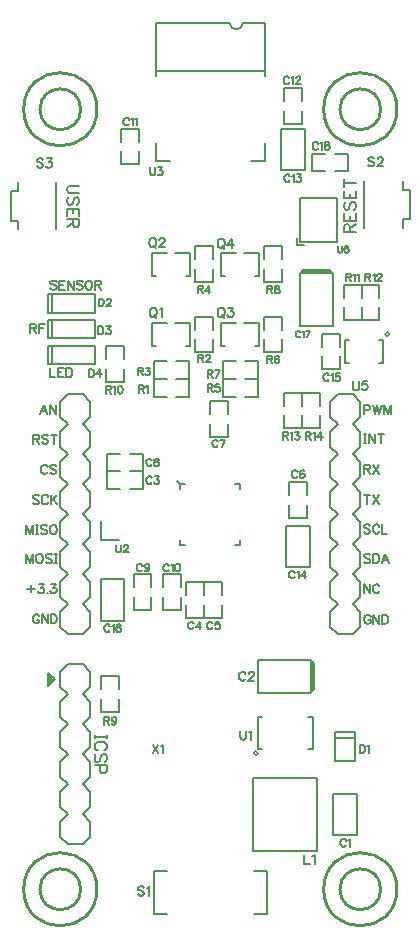
<source format=gbr>
G04 start of page 9 for group -4079 idx -4079 *
G04 Title: (unknown), topsilk *
G04 Creator: pcb 1.99z *
G04 CreationDate: Wed Nov 29 11:54:27 2017 UTC *
G04 For: matt *
G04 Format: Gerber/RS-274X *
G04 PCB-Dimensions (mm): 60.96 109.22 *
G04 PCB-Coordinate-Origin: lower left *
%MOMM*%
%FSLAX43Y43*%
%LNTOPSILK*%
%ADD68C,0.254*%
%ADD67C,0.150*%
%ADD66C,0.140*%
%ADD65C,0.150*%
G54D65*X16750Y39920D02*Y38820D01*
Y38970D02*X17200Y39420D01*
X16750Y39170D02*X17100Y39520D01*
X16750Y39370D02*X17000Y39620D01*
X16750Y39520D02*X16950Y39720D01*
X16750Y39670D02*X16850Y39770D01*
X17300Y39370D02*X16750Y39920D01*
Y38820D02*X17300Y39370D01*
G54D66*X44052Y44643D02*X44015Y44717D01*
X43941Y44790D01*
X43868Y44827D01*
X43721D02*X43868D01*
X43721D02*X43647Y44790D01*
X43574Y44717D01*
X43537Y44643D01*
X43500Y44533D01*
Y44349D01*
X43537Y44239D01*
X43574Y44165D01*
X43647Y44092D01*
X43721Y44055D01*
X43868D01*
X43941Y44092D01*
X44015Y44165D01*
X44052Y44239D01*
Y44349D02*Y44239D01*
X43868Y44349D02*X44052D01*
X44283Y44827D02*Y44055D01*
Y44827D02*X44798Y44055D01*
Y44827D02*Y44055D01*
X45030Y44827D02*Y44055D01*
Y44827D02*X45287D01*
X45397Y44790D01*
X45471Y44717D01*
X45507Y44643D01*
X45544Y44533D01*
Y44349D01*
X45507Y44239D01*
X45471Y44165D01*
X45397Y44092D01*
X45287Y44055D01*
X45030D02*X45287D01*
X43500Y47427D02*Y46655D01*
Y47427D02*X44015Y46655D01*
Y47427D02*Y46655D01*
X44798Y47243D02*X44761Y47317D01*
X44687Y47390D01*
X44614Y47427D01*
X44467D02*X44614D01*
X44467D02*X44393Y47390D01*
X44320Y47317D01*
X44283Y47243D01*
X44246Y47133D01*
Y46949D01*
X44283Y46839D01*
X44320Y46765D01*
X44393Y46692D01*
X44467Y46655D01*
X44614D01*
X44687Y46692D01*
X44761Y46765D01*
X44798Y46839D01*
X44015Y49867D02*X43941Y49940D01*
X43831Y49977D01*
X43684D02*X43831D01*
X43684D02*X43573Y49940D01*
X43500Y49867D01*
Y49793D01*
X43536Y49719D01*
X43573Y49683D01*
X43647Y49646D01*
X43868Y49573D01*
X43941Y49536D01*
X43978Y49499D01*
X44015Y49425D01*
Y49315D01*
X43941Y49242D01*
X43831Y49205D01*
X43684D02*X43831D01*
X43684D02*X43573Y49242D01*
X43500Y49315D01*
X44246Y49977D02*Y49205D01*
Y49977D02*X44504D01*
X44614Y49940D01*
X44688Y49867D01*
X44724Y49793D01*
X44761Y49683D01*
Y49499D01*
X44724Y49389D01*
X44688Y49315D01*
X44614Y49242D01*
X44504Y49205D01*
X44246D02*X44504D01*
X45287Y49977D02*X44993Y49205D01*
X45287Y49977D02*X45581Y49205D01*
X45103Y49462D02*X45471D01*
X44015Y52367D02*X43941Y52440D01*
X43831Y52477D01*
X43684D02*X43831D01*
X43684D02*X43573Y52440D01*
X43500Y52367D01*
Y52293D01*
X43536Y52219D01*
X43573Y52183D01*
X43647Y52146D01*
X43868Y52073D01*
X43941Y52036D01*
X43978Y51999D01*
X44015Y51925D01*
Y51815D01*
X43941Y51742D01*
X43831Y51705D01*
X43684D02*X43831D01*
X43684D02*X43573Y51742D01*
X43500Y51815D01*
X44798Y52293D02*X44761Y52367D01*
X44687Y52440D01*
X44614Y52477D01*
X44467D02*X44614D01*
X44467D02*X44393Y52440D01*
X44320Y52367D01*
X44283Y52293D01*
X44246Y52183D01*
Y51999D01*
X44283Y51889D01*
X44320Y51815D01*
X44393Y51742D01*
X44467Y51705D01*
X44614D01*
X44687Y51742D01*
X44761Y51815D01*
X44798Y51889D01*
X45030Y52477D02*Y51705D01*
X45471D01*
X43757Y54977D02*Y54205D01*
X43500Y54977D02*X44015D01*
X44246D02*X44761Y54205D01*
Y54977D02*X44246Y54205D01*
X43500Y57527D02*Y56755D01*
Y57527D02*X43831D01*
X43941Y57490D01*
X43978Y57453D01*
X44015Y57380D01*
Y57306D01*
X43978Y57233D01*
X43941Y57196D01*
X43831Y57159D01*
X43500D02*X43831D01*
X43757D02*X44015Y56755D01*
X44246Y57527D02*X44761Y56755D01*
Y57527D02*X44246Y56755D01*
X43500Y60127D02*X43693D01*
X43597D02*Y59355D01*
X43500D02*X43693D01*
X43925Y60127D02*Y59355D01*
Y60127D02*X44439Y59355D01*
Y60127D02*Y59355D01*
X44928Y60127D02*Y59355D01*
X44671Y60127D02*X45186D01*
X43500Y62577D02*Y61805D01*
Y62577D02*X43831D01*
X43941Y62540D01*
X43978Y62503D01*
X44015Y62430D01*
Y62319D01*
X43978Y62246D01*
X43941Y62209D01*
X43831Y62173D01*
X43500D02*X43831D01*
X44246Y62577D02*X44430Y61805D01*
X44614Y62577D02*X44430Y61805D01*
X44614Y62577D02*X44798Y61805D01*
X44982Y62577D02*X44798Y61805D01*
X45213Y62577D02*Y61805D01*
Y62577D02*X45507Y61805D01*
X45802Y62577D02*X45507Y61805D01*
X45802Y62577D02*Y61805D01*
X41801Y77220D02*X42807D01*
X41801Y77651D02*Y77220D01*
Y77651D02*X41849Y77795D01*
X41897Y77843D01*
X41993Y77890D01*
X42089D01*
X42185Y77843D01*
X42233Y77795D01*
X42281Y77651D01*
Y77220D01*
Y77555D02*X42807Y77890D01*
X41801Y78192D02*X42807D01*
X41801Y78815D02*Y78192D01*
X42281Y78575D02*Y78192D01*
X42807Y78815D02*Y78192D01*
X41945Y79787D02*X41849Y79691D01*
X41801Y79548D01*
Y79356D01*
X41849Y79212D01*
X41945Y79117D01*
X42041D01*
X42137Y79164D01*
X42185Y79212D01*
X42233Y79308D01*
X42328Y79596D01*
X42376Y79691D01*
X42424Y79739D01*
X42520Y79787D01*
X42664D01*
X42759Y79691D01*
X42807Y79548D01*
Y79356D01*
X42759Y79212D01*
X42664Y79117D01*
X41801Y80089D02*X42807D01*
X41801Y80711D02*Y80089D01*
X42281Y80472D02*Y80089D01*
X42807Y80711D02*Y80089D01*
X41801Y81348D02*X42807D01*
X41801Y81684D02*Y81013D01*
X15965Y54867D02*X15891Y54940D01*
X15781Y54977D01*
X15634D02*X15781D01*
X15634D02*X15523Y54940D01*
X15450Y54867D01*
Y54793D01*
X15486Y54719D01*
X15523Y54683D01*
X15597Y54646D01*
X15818Y54573D01*
X15891Y54536D01*
X15928Y54499D01*
X15965Y54425D01*
Y54315D01*
X15891Y54242D01*
X15781Y54205D01*
X15634D02*X15781D01*
X15634D02*X15523Y54242D01*
X15450Y54315D01*
X16748Y54793D02*X16711Y54867D01*
X16637Y54940D01*
X16564Y54977D01*
X16417D02*X16564D01*
X16417D02*X16343Y54940D01*
X16270Y54867D01*
X16233Y54793D01*
X16196Y54683D01*
Y54499D01*
X16233Y54389D01*
X16270Y54315D01*
X16343Y54242D01*
X16417Y54205D01*
X16564D01*
X16637Y54242D01*
X16711Y54315D01*
X16748Y54389D01*
X16980Y54977D02*Y54205D01*
X17494Y54977D02*X16980Y54462D01*
X17163Y54646D02*X17494Y54205D01*
X14900Y49977D02*Y49205D01*
Y49977D02*X15194Y49205D01*
X15488Y49977D02*X15194Y49205D01*
X15488Y49977D02*Y49205D01*
X15941Y49977D02*X15867Y49940D01*
X15793Y49867D01*
X15757Y49793D01*
X15720Y49683D01*
Y49499D01*
X15757Y49388D01*
Y49389D02*X15793Y49315D01*
X15867Y49242D01*
X15941Y49205D01*
X16088D01*
X16161Y49242D01*
X16235Y49315D01*
X16272Y49389D01*
X16308Y49499D01*
Y49683D02*Y49499D01*
Y49683D02*X16272Y49793D01*
X16235Y49867D01*
X16161Y49940D01*
X16088Y49977D01*
X15941D02*X16088D01*
X17054Y49867D02*X16981Y49940D01*
X16871Y49977D01*
X16723D02*X16871D01*
X16723D02*X16613Y49940D01*
X16540Y49867D01*
Y49793D01*
X16576Y49719D01*
X16613Y49683D01*
X16687Y49646D01*
X16907Y49573D01*
X16981Y49536D01*
X17018Y49499D01*
X17054Y49425D01*
Y49315D01*
X16981Y49242D01*
X16871Y49205D01*
X16723D02*X16871D01*
X16723D02*X16613Y49242D01*
X16540Y49315D01*
X17286Y49977D02*X17479D01*
X17383D02*Y49205D01*
X17286D02*X17479D01*
X14900Y52427D02*Y51655D01*
Y52427D02*X15194Y51655D01*
X15488Y52427D02*X15194Y51655D01*
X15488Y52427D02*Y51655D01*
X15720Y52427D02*X15913D01*
X15817D02*Y51655D01*
X15720D02*X15913D01*
X16659Y52317D02*X16586Y52390D01*
X16476Y52427D01*
X16328D02*X16476D01*
X16328D02*X16218Y52390D01*
X16145Y52317D01*
Y52243D01*
X16181Y52169D01*
X16218Y52133D01*
X16292Y52096D01*
X16512Y52023D01*
X16586Y51986D01*
X16623Y51949D01*
X16659Y51875D01*
Y51765D01*
X16586Y51692D01*
X16476Y51655D01*
X16328D02*X16476D01*
X16328D02*X16218Y51692D01*
X16145Y51765D01*
X17112Y52427D02*X17038Y52390D01*
X16964Y52317D01*
X16928Y52243D01*
X16891Y52133D01*
Y51949D01*
X16928Y51838D01*
Y51839D02*X16964Y51765D01*
X17038Y51692D01*
X17112Y51655D01*
X17259D01*
X17332Y51692D01*
X17406Y51765D01*
X17443Y51839D01*
X17479Y51949D01*
Y52133D02*Y51949D01*
Y52133D02*X17443Y52243D01*
X17406Y52317D01*
X17332Y52390D01*
X17259Y52427D01*
X17112D02*X17259D01*
X15331Y47379D02*Y46717D01*
X15000Y47048D02*X15662D01*
X15967Y47427D02*X16371D01*
X16150Y47133D01*
X16261D01*
X16334Y47096D01*
X16371Y47059D01*
X16408Y46949D01*
Y46876D01*
X16371Y46765D01*
X16298Y46692D01*
X16187Y46655D01*
X16077D02*X16187D01*
X16077D02*X15967Y46692D01*
X15930Y46729D01*
X15893Y46802D01*
X16676Y46713D02*X16640Y46676D01*
X16676Y46639D01*
X16713Y46676D01*
X16676Y46713D01*
X17018Y47427D02*X17423D01*
X17202Y47133D01*
X17312D01*
X17386Y47096D01*
X17423Y47059D01*
X17459Y46949D01*
Y46876D01*
X17423Y46765D01*
X17349Y46692D01*
X17239Y46655D01*
X17128D02*X17239D01*
X17128D02*X17018Y46692D01*
X16981Y46729D01*
X16945Y46802D01*
X16394Y62627D02*X16100Y61855D01*
X16394Y62627D02*X16688Y61855D01*
X16210Y62112D02*X16578D01*
X16920Y62627D02*Y61855D01*
Y62627D02*X17435Y61855D01*
Y62627D02*Y61855D01*
X15500Y60077D02*Y59305D01*
Y60077D02*X15831D01*
X15941Y60040D01*
X15978Y60003D01*
X16015Y59930D01*
Y59856D01*
X15978Y59783D01*
X15941Y59746D01*
X15831Y59709D01*
X15500D02*X15831D01*
X15757D02*X16015Y59305D01*
X16761Y59967D02*X16687Y60040D01*
X16577Y60077D01*
X16430D02*X16577D01*
X16430D02*X16320Y60040D01*
X16246Y59967D01*
Y59893D01*
X16283Y59819D01*
X16320Y59783D01*
X16393Y59746D01*
X16614Y59673D01*
X16687Y59636D01*
X16724Y59599D01*
X16761Y59525D01*
Y59415D01*
X16687Y59342D01*
X16577Y59305D01*
X16430D02*X16577D01*
X16430D02*X16320Y59342D01*
X16246Y59415D01*
X17250Y60077D02*Y59305D01*
X16993Y60077D02*X17507D01*
X16702Y57343D02*X16665Y57417D01*
X16591Y57490D01*
X16518Y57527D01*
X16370D02*X16518D01*
X16370D02*X16297Y57490D01*
X16223Y57417D01*
X16187Y57343D01*
X16150Y57233D01*
Y57049D01*
X16187Y56939D01*
X16223Y56865D01*
X16297Y56792D01*
X16370Y56755D01*
X16518D01*
X16591Y56792D01*
X16665Y56865D01*
X16702Y56939D01*
X17448Y57417D02*X17374Y57490D01*
X17264Y57527D01*
X17117D02*X17264D01*
X17117D02*X17007Y57490D01*
X16933Y57417D01*
Y57343D01*
X16970Y57269D01*
X17007Y57233D01*
X17080Y57196D01*
X17301Y57123D01*
X17374Y57086D01*
X17411Y57049D01*
X17448Y56975D01*
Y56865D01*
X17374Y56792D01*
X17264Y56755D01*
X17117D02*X17264D01*
X17117D02*X17007Y56792D01*
X16933Y56865D01*
X16002Y44693D02*X15965Y44767D01*
X15891Y44840D01*
X15818Y44877D01*
X15671D02*X15818D01*
X15671D02*X15597Y44840D01*
X15524Y44767D01*
X15487Y44693D01*
X15450Y44583D01*
Y44399D01*
X15487Y44289D01*
X15524Y44215D01*
X15597Y44142D01*
X15671Y44105D01*
X15818D01*
X15891Y44142D01*
X15965Y44215D01*
X16002Y44289D01*
Y44399D02*Y44289D01*
X15818Y44399D02*X16002D01*
X16233Y44877D02*Y44105D01*
Y44877D02*X16748Y44105D01*
Y44877D02*Y44105D01*
X16980Y44877D02*Y44105D01*
Y44877D02*X17237D01*
X17347Y44840D01*
X17421Y44767D01*
X17457Y44693D01*
X17494Y44583D01*
Y44399D01*
X17457Y44289D01*
X17421Y44215D01*
X17347Y44142D01*
X17237Y44105D01*
X16980D02*X17237D01*
X21699Y34620D02*Y34369D01*
X20693Y34494D02*X21699D01*
X20693Y34620D02*Y34369D01*
X21459Y33348D02*X21555Y33396D01*
X21651Y33492D01*
X21699Y33588D01*
Y33780D02*Y33588D01*
Y33780D02*X21651Y33875D01*
X21555Y33971D01*
X21459Y34019D01*
X21315Y34067D01*
X21076D02*X21315D01*
X21076D02*X20932Y34019D01*
X20836Y33971D01*
X20741Y33875D01*
X20693Y33780D01*
Y33588D01*
X20741Y33492D01*
X20836Y33396D01*
X20932Y33348D01*
X21555Y32376D02*X21651Y32472D01*
X21699Y32616D01*
Y32807D02*Y32616D01*
Y32807D02*X21651Y32951D01*
X21555Y33047D01*
X21459D02*X21555D01*
X21459D02*X21363Y32999D01*
X21315Y32951D01*
X21267Y32855D01*
X21172Y32568D01*
X21124Y32472D01*
X21076Y32424D01*
X20980Y32376D01*
X20836D02*X20980D01*
X20836D02*X20741Y32472D01*
X20693Y32616D01*
Y32807D02*Y32616D01*
Y32807D02*X20741Y32951D01*
X20836Y33047D01*
X20693Y32074D02*X21699D01*
Y31643D01*
X21651Y31500D01*
X21603Y31452D01*
X21507Y31404D01*
X21363D02*X21507D01*
X21363D02*X21267Y31452D01*
X21219Y31500D01*
X21172Y31643D01*
Y32074D02*Y31643D01*
X18630Y81170D02*X19349D01*
X18630D02*X18486Y81122D01*
X18391Y81026D01*
X18343Y80883D01*
Y80787D01*
X18391Y80643D01*
X18486Y80547D01*
X18630Y80500D01*
X19349D01*
X19205Y79527D02*X19301Y79623D01*
X19349Y79767D01*
Y79958D02*Y79767D01*
Y79958D02*X19301Y80102D01*
X19205Y80198D01*
X19109D02*X19205D01*
X19109D02*X19013Y80150D01*
X18965Y80102D01*
X18917Y80006D01*
X18822Y79719D01*
X18774Y79623D01*
X18726Y79575D01*
X18630Y79527D01*
X18486D02*X18630D01*
X18486D02*X18391Y79623D01*
X18343Y79767D01*
Y79958D02*Y79767D01*
Y79958D02*X18391Y80102D01*
X18486Y80198D01*
X18343Y79226D02*X19349D01*
Y78603D01*
X18869Y79226D02*Y78843D01*
X18343Y79226D02*Y78603D01*
Y78301D02*X19349D01*
Y77870D01*
X19301Y77727D01*
X19253Y77679D01*
X19157Y77631D01*
X19061D02*X19157D01*
X19061D02*X18965Y77679D01*
X18917Y77727D01*
X18869Y77870D01*
Y78301D02*Y77870D01*
Y77966D02*X18343Y77631D01*
X15250Y69430D02*Y68668D01*
Y69430D02*X15577D01*
X15685Y69393D01*
X15722Y69357D01*
X15758Y69284D01*
Y69212D01*
X15722Y69139D01*
X15685Y69103D01*
X15577Y69067D01*
X15250D02*X15577D01*
X15504D02*X15758Y68668D01*
X15986Y69430D02*Y68668D01*
Y69430D02*X16458D01*
X15986Y69067D02*X16277D01*
X16900Y65727D02*Y64955D01*
X17341D01*
X17573Y65727D02*Y64955D01*
Y65727D02*X18051D01*
X17573Y65359D02*X17867D01*
X17573Y64955D02*X18051D01*
X18282Y65727D02*Y64955D01*
Y65727D02*X18540D01*
X18650Y65690D01*
X18724Y65617D01*
X18760Y65543D01*
X18797Y65433D01*
Y65249D01*
X18760Y65139D01*
X18724Y65065D01*
X18650Y64992D01*
X18540Y64955D01*
X18282D02*X18540D01*
X17465Y73017D02*X17391Y73090D01*
X17281Y73127D01*
X17134D02*X17281D01*
X17134D02*X17023Y73090D01*
X16950Y73017D01*
Y72943D01*
X16986Y72869D01*
X17023Y72833D01*
X17097Y72796D01*
X17318Y72723D01*
X17391Y72686D01*
X17428Y72649D01*
X17465Y72575D01*
Y72465D01*
X17391Y72392D01*
X17281Y72355D01*
X17134D02*X17281D01*
X17134D02*X17023Y72392D01*
X16950Y72465D01*
X17696Y73127D02*Y72355D01*
Y73127D02*X18174D01*
X17696Y72759D02*X17990D01*
X17696Y72355D02*X18174D01*
X18406Y73127D02*Y72355D01*
Y73127D02*X18921Y72355D01*
Y73127D02*Y72355D01*
X19667Y73017D02*X19593Y73090D01*
X19483Y73127D01*
X19336D02*X19483D01*
X19336D02*X19226Y73090D01*
X19152Y73017D01*
Y72943D01*
X19189Y72869D01*
X19226Y72833D01*
X19299Y72796D01*
X19520Y72723D01*
X19593Y72686D01*
X19630Y72649D01*
X19667Y72575D01*
Y72465D01*
X19593Y72392D01*
X19483Y72355D01*
X19336D02*X19483D01*
X19336D02*X19226Y72392D01*
X19152Y72465D01*
X20119Y73127D02*X20046Y73090D01*
X19972Y73017D01*
X19935Y72943D01*
X19899Y72833D01*
Y72649D01*
X19935Y72538D01*
Y72539D02*X19972Y72465D01*
X20046Y72392D01*
X20119Y72355D01*
X20266D01*
X20340Y72392D01*
X20413Y72465D01*
X20450Y72539D01*
X20487Y72649D01*
Y72833D02*Y72649D01*
Y72833D02*X20450Y72943D01*
X20413Y73017D01*
X20340Y73090D01*
X20266Y73127D01*
X20119D02*X20266D01*
X20718D02*Y72355D01*
Y73127D02*X21049D01*
X21159Y73090D01*
X21196Y73053D01*
X21233Y72980D01*
Y72906D01*
X21196Y72833D01*
X21159Y72796D01*
X21049Y72759D01*
X20718D02*X21049D01*
X20976D02*X21233Y72355D01*
G54D67*X36900Y52370D02*X38900D01*
Y48870D01*
X36900D02*X38900D01*
X36900Y52370D02*Y48870D01*
X37150Y53045D02*X38650D01*
X37150Y56045D02*X38650D01*
X37150Y54145D02*Y53045D01*
X38650Y54145D02*Y53045D01*
X37150Y56045D02*Y54945D01*
X38650Y56045D02*Y54945D01*
X38250Y60620D02*X39750D01*
X38250Y63620D02*X39750D01*
X38250Y61720D02*Y60620D01*
X39750Y61720D02*Y60620D01*
X38250Y63620D02*Y62520D01*
X39750Y63620D02*Y62520D01*
X39950Y68620D02*X41450D01*
X39950Y65620D02*X41450D01*
Y68620D02*Y67520D01*
X39950Y68620D02*Y67520D01*
X41450Y66720D02*Y65620D01*
X39950Y66720D02*Y65620D01*
G54D65*X43512Y81552D02*Y77552D01*
X46762Y78302D02*Y77552D01*
Y78302D02*X47362D01*
Y80802D02*Y78302D01*
X46762Y80802D02*X47362D01*
X46762Y81552D02*Y80802D01*
G54D68*X40080Y87630D02*G75*G03X40080Y87630I3100J0D01*G01*
X41453D02*G75*G03X41453Y87630I1727J0D01*G01*
G54D67*X39100Y83870D02*Y82370D01*
X42100Y83870D02*Y82370D01*
X39100Y83870D02*X40200D01*
X39100Y82370D02*X40200D01*
X41000Y83870D02*X42100D01*
X41000Y82370D02*X42100D01*
X41875Y68095D02*Y66145D01*
Y68095D02*X42220D01*
X41875Y66145D02*X42220D01*
X45125Y68095D02*Y66145D01*
X44780Y68095D02*X45125D01*
X44780Y66145D02*X45125D01*
X45445Y68770D02*G75*G03X45245Y68570I0J-200D01*G01*
X45645D02*G75*G03X45445Y68770I-200J0D01*G01*
Y68370D02*G75*G03X45645Y68570I0J200D01*G01*
X45245D02*G75*G03X45445Y68370I200J0D01*G01*
X41800Y72770D02*X43300D01*
X41800Y69770D02*X43300D01*
Y72770D02*Y71670D01*
X41800Y72770D02*Y71670D01*
X43300Y70870D02*Y69770D01*
X41800Y70870D02*Y69770D01*
X43300Y72770D02*X44800D01*
X43300Y69770D02*X44800D01*
Y72770D02*Y71670D01*
X43300Y72770D02*Y71670D01*
X44800Y70870D02*Y69770D01*
X43300Y70870D02*Y69770D01*
G54D65*X38057Y73680D02*Y69280D01*
X40857D01*
Y73680D02*Y69280D01*
Y73680D02*X40557Y73980D01*
X38057Y73680D02*X38357Y73980D01*
X40557D01*
X38257Y73880D02*X40657D01*
X38157Y73780D02*X40757D01*
X38085Y80082D02*Y76432D01*
Y80082D02*X41235D01*
Y76432D01*
X38085D02*X41235D01*
X37805Y76767D02*Y76152D01*
X38420D01*
G54D67*X21200Y44320D02*X23200D01*
X21200Y47820D02*Y44320D01*
Y47820D02*X23200D01*
Y44320D01*
X21650Y64545D02*X23150D01*
X21650Y67545D02*X23150D01*
X21650Y65645D02*Y64545D01*
X23150Y65645D02*Y64545D01*
X21650Y67545D02*Y66445D01*
X23150Y67545D02*Y66445D01*
X41275Y43180D02*X42545D01*
X41275D02*X40640Y43815D01*
Y45085D02*Y43815D01*
Y45085D02*X41275Y45720D01*
X40640Y46355D01*
Y47625D02*Y46355D01*
Y47625D02*X41275Y48260D01*
X40640Y48895D01*
Y50165D02*Y48895D01*
Y50165D02*X41275Y50800D01*
X40640Y51435D01*
Y52705D02*Y51435D01*
Y52705D02*X41275Y53340D01*
X40640Y53975D01*
Y55245D02*Y53975D01*
Y55245D02*X41275Y55880D01*
X40640Y56515D01*
Y57785D02*Y56515D01*
Y57785D02*X41275Y58420D01*
X40640Y59055D01*
Y60325D02*Y59055D01*
Y60325D02*X41275Y60960D01*
X40640Y61595D01*
Y62865D02*Y61595D01*
Y62865D02*X41275Y63500D01*
X42545D01*
X43180Y62865D01*
Y61595D01*
X42545Y60960D01*
X43180Y60325D01*
Y59055D01*
X42545Y58420D01*
X43180Y57785D01*
Y56515D01*
X42545Y55880D01*
X43180Y55245D01*
Y53975D01*
X42545Y53340D01*
X43180Y52705D01*
Y51435D01*
X42545Y50800D01*
X43180Y50165D01*
Y48895D01*
X42545Y48260D01*
X43180Y47625D01*
Y46355D01*
X42545Y45720D01*
X43180Y45085D01*
Y43815D01*
X42545Y43180D01*
X25533Y75495D02*Y73545D01*
X25878D01*
X28783Y75495D02*Y73545D01*
X28438D02*X28783D01*
X25533Y75495D02*X26828D01*
X28783D02*X27488D01*
X28450Y47570D02*X29950D01*
X28450Y44570D02*X29950D01*
Y47570D02*Y46470D01*
X28450Y47570D02*Y46470D01*
X29950Y45670D02*Y44570D01*
X28450Y45670D02*Y44570D01*
G54D65*X27875Y55445D02*Y55895D01*
X28325D01*
X27875Y50745D02*X28325D01*
X27875Y51195D02*Y50745D01*
X33025Y51195D02*Y50745D01*
X32575D02*X33025D01*
X32575Y55895D02*X33025D01*
Y55445D01*
X27875Y55895D02*X27655Y56115D01*
G54D67*X36750Y60620D02*X38250D01*
X36750Y63620D02*X38250D01*
X36750Y61720D02*Y60620D01*
X38250Y61720D02*Y60620D01*
X36750Y63620D02*Y62520D01*
X38250Y63620D02*Y62520D01*
X18415Y63500D02*X19685D01*
X20320Y62865D01*
Y61595D01*
X19685Y60960D01*
X20320Y60325D01*
Y59055D01*
X19685Y58420D01*
X20320Y57785D01*
Y56515D01*
X19685Y55880D01*
X20320Y55245D01*
Y53975D01*
X19685Y53340D01*
X20320Y52705D01*
Y51435D01*
X19685Y50800D01*
X20320Y50165D01*
Y48895D01*
X19685Y48260D01*
X20320Y47625D01*
Y46355D01*
X19685Y45720D01*
X20320Y45085D01*
Y43815D01*
X19685Y43180D01*
X18415D01*
X17780Y43815D01*
Y45085D01*
X18415Y45720D01*
X17780Y46355D01*
Y47625D01*
X18415Y48260D01*
X17780Y48895D01*
Y50165D01*
X18415Y50800D01*
X17780Y51435D01*
Y52705D01*
X18415Y53340D01*
X17780Y53975D01*
Y55245D01*
X18415Y55880D01*
X17780Y56515D01*
Y57785D01*
X18415Y58420D01*
X17780Y59055D01*
Y60325D01*
X18415Y60960D01*
X17780Y61595D01*
Y62865D01*
X18415Y63500D01*
X21196Y52732D02*Y51182D01*
X22746D01*
X26500Y45270D02*X28000D01*
X26500Y48270D02*X28000D01*
X26500Y46370D02*Y45270D01*
X28000Y46370D02*Y45270D01*
X26500Y48270D02*Y47170D01*
X28000Y48270D02*Y47170D01*
X24000Y45270D02*X25500D01*
X24000Y48270D02*X25500D01*
X24000Y46370D02*Y45270D01*
X25500Y46370D02*Y45270D01*
X24000Y48270D02*Y47170D01*
X25500Y48270D02*Y47170D01*
X29950Y47570D02*X31450D01*
X29950Y44570D02*X31450D01*
Y47570D02*Y46470D01*
X29950Y47570D02*Y46470D01*
X31450Y45670D02*Y44570D01*
X29950Y45670D02*Y44570D01*
G54D65*X35280Y23160D02*Y19460D01*
X25680Y23160D02*Y19460D01*
X26780D01*
X25680Y23160D02*X26780D01*
X34180Y19460D02*X35280D01*
X34180Y23160D02*X35280D01*
G54D67*X21256Y36622D02*X22756D01*
X21256Y39622D02*X22756D01*
X21256Y36622D02*Y37722D01*
X22756Y36622D02*Y37722D01*
X21256Y39622D02*Y38522D01*
X22756Y39622D02*Y38522D01*
X18415Y40640D02*X19685D01*
X20320Y40005D01*
Y38735D01*
X19685Y38100D01*
X18415Y40640D02*X17780Y40005D01*
Y38735D01*
X18415Y38100D01*
X19685D02*X20320Y37465D01*
Y36195D01*
X19685Y35560D01*
X18415Y38100D02*X17780Y37465D01*
Y36195D01*
X18415Y35560D01*
X19685D02*X20320Y34925D01*
Y33655D01*
X19685Y33020D01*
X18415Y35560D02*X17780Y34925D01*
Y33655D01*
X18415Y33020D01*
X19685D02*X20320Y32385D01*
Y31115D01*
X19685Y30480D01*
X18415Y33020D02*X17780Y32385D01*
Y31115D01*
X18415Y30480D01*
X19685D02*X20320Y29845D01*
Y28575D01*
X19685Y27940D01*
X18415Y30480D02*X17780Y29845D01*
Y28575D01*
X18415Y27940D01*
X19685D02*X20320Y27305D01*
Y26035D01*
X19685Y25400D01*
X18415Y27940D02*X17780Y27305D01*
Y26035D01*
X18415Y25400D01*
X19685D01*
G54D65*X34530Y41024D02*X38930D01*
X34530D02*Y38224D01*
X38930D01*
X39230Y38524D01*
X38930Y41024D02*X39230Y40724D01*
Y38524D02*Y40724D01*
X39130Y38424D02*Y40824D01*
X39030Y40924D02*Y38324D01*
X34130Y31040D02*X39530D01*
Y24840D01*
X34130D01*
Y31040D01*
G54D67*X40910Y29690D02*X42910D01*
Y26190D01*
X40910D02*X42910D01*
X40910Y29690D02*Y26190D01*
G54D65*X34480Y36148D02*X34880D01*
X34480D02*Y33448D01*
X34880D01*
X38780D02*X39180D01*
Y36148D01*
X38780D01*
X34330Y33298D02*G75*G03X34130Y33098I0J-200D01*G01*
G75*G03X34330Y32898I200J0D01*G01*
G75*G03X34530Y33098I0J200D01*G01*
G75*G03X34330Y33298I-200J0D01*G01*
X41060Y34910D02*X42760D01*
X41060D02*Y32410D01*
X42760D01*
Y34910D02*Y32410D01*
X41060Y34410D02*X42760D01*
G54D68*X40080Y21590D02*G75*G03X40080Y21590I3100J0D01*G01*
X41453D02*G75*G03X41453Y21590I1727J0D01*G01*
X14680D02*G75*G03X14680Y21590I3100J0D01*G01*
X16053D02*G75*G03X16053Y21590I1727J0D01*G01*
G54D67*X36500Y82470D02*X38500D01*
X36500Y85970D02*Y82470D01*
Y85970D02*X38500D01*
Y82470D01*
X36750Y86420D02*X38250D01*
X36750Y89420D02*X38250D01*
X36750Y87520D02*Y86420D01*
X38250Y87520D02*Y86420D01*
X36750Y89420D02*Y88320D01*
X38250Y89420D02*Y88320D01*
X22950Y85970D02*X24450D01*
X22950Y82970D02*X24450D01*
Y85970D02*Y84870D01*
X22950Y85970D02*Y84870D01*
X24450Y84070D02*Y82970D01*
X22950Y84070D02*Y82970D01*
G54D65*X17448Y81452D02*Y77452D01*
X14198Y81452D02*Y80702D01*
X13598D02*X14198D01*
X13598D02*Y78202D01*
X14198D01*
Y77452D01*
G54D67*X25880Y84780D02*Y83230D01*
X27030D01*
X33930D02*X35080D01*
Y84780D01*
Y90480D02*Y94930D01*
X25880D02*Y90480D01*
Y90830D02*X35080D01*
X33230Y94930D02*X35080D01*
X32130D02*X25880D01*
X32130D02*G75*G03X32680Y94380I550J0D01*G01*
G75*G03X33230Y94930I0J550D01*G01*
G54D68*X14680Y87630D02*G75*G03X14680Y87630I3100J0D01*G01*
X16053D02*G75*G03X16053Y87630I1727J0D01*G01*
G54D67*X20750Y72020D02*Y70420D01*
X17050Y72020D02*Y70420D01*
X16750Y72020D02*Y70420D01*
X20750D01*
X16750Y72020D02*X20750D01*
Y69820D02*Y68220D01*
X17050Y69820D02*Y68220D01*
X16750Y69820D02*Y68220D01*
X20750D01*
X16750Y69820D02*X20750D01*
Y67620D02*Y66020D01*
X17050Y67620D02*Y66020D01*
X16750Y67620D02*Y66020D01*
X20750D01*
X16750Y67620D02*X20750D01*
X24750Y58470D02*Y56970D01*
X21750Y58470D02*Y56970D01*
X23650D02*X24750D01*
X23650Y58470D02*X24750D01*
X21750Y56970D02*X22850D01*
X21750Y58470D02*X22850D01*
X30450Y59895D02*X31950D01*
X30450Y62895D02*X31950D01*
X30450Y59895D02*Y60995D01*
X31950Y59895D02*Y60995D01*
X30450Y62895D02*Y61795D01*
X31950Y62895D02*Y61795D01*
X31395Y69555D02*Y67605D01*
X31740D01*
X34645Y69555D02*Y67605D01*
X34300D02*X34645D01*
X31395Y69555D02*X32690D01*
X34645D02*X33350D01*
X35064Y70080D02*X36564D01*
X35064Y67080D02*X36564D01*
Y70080D02*Y68980D01*
X35064Y70080D02*Y68980D01*
X36564Y68180D02*Y67080D01*
X35064Y68180D02*Y67080D01*
X31520Y64758D02*Y63258D01*
X34520Y64758D02*Y63258D01*
X31520Y64758D02*X32620D01*
X31520Y63258D02*X32620D01*
X33420Y64758D02*X34520D01*
X33420Y63258D02*X34520D01*
X31520Y66282D02*Y64782D01*
X34520Y66282D02*Y64782D01*
X31520Y66282D02*X32620D01*
X31520Y64782D02*X32620D01*
X33420Y66282D02*X34520D01*
X33420Y64782D02*X34520D01*
X25678Y64758D02*Y63258D01*
X28678Y64758D02*Y63258D01*
X25678Y64758D02*X26778D01*
X25678Y63258D02*X26778D01*
X27578Y64758D02*X28678D01*
X27578Y63258D02*X28678D01*
X25678Y66282D02*Y64782D01*
X28678Y66282D02*Y64782D01*
X25678Y66282D02*X26778D01*
X25678Y64782D02*X26778D01*
X27578Y66282D02*X28678D01*
X27578Y64782D02*X28678D01*
X21750Y56970D02*Y55470D01*
X24750Y56970D02*Y55470D01*
X21750Y56970D02*X22850D01*
X21750Y55470D02*X22850D01*
X23650Y56970D02*X24750D01*
X23650Y55470D02*X24750D01*
X29222Y70080D02*X30722D01*
X29222Y67080D02*X30722D01*
Y70080D02*Y68980D01*
X29222Y70080D02*Y68980D01*
X30722Y68180D02*Y67080D01*
X29222Y68180D02*Y67080D01*
X25553Y69555D02*Y67605D01*
X25898D01*
X28803Y69555D02*Y67605D01*
X28458D02*X28803D01*
X25553Y69555D02*X26848D01*
X28803D02*X27508D01*
X35044Y76020D02*X36544D01*
X35044Y73020D02*X36544D01*
Y76020D02*Y74920D01*
X35044Y76020D02*Y74920D01*
X36544Y74120D02*Y73020D01*
X35044Y74120D02*Y73020D01*
X31375Y75495D02*Y73545D01*
X31720D01*
X34625Y75495D02*Y73545D01*
X34280D02*X34625D01*
X31375Y75495D02*X32670D01*
X34625D02*X33330D01*
X29202Y76020D02*X30702D01*
X29202Y73020D02*X30702D01*
Y76020D02*Y74920D01*
X29202Y76020D02*Y74920D01*
X30702Y74120D02*Y73020D01*
X29202Y74120D02*Y73020D01*
G54D66*X24871Y21713D02*X24797Y21787D01*
X24685Y21824D01*
X24536D02*X24685D01*
X24536D02*X24424Y21787D01*
X24350Y21713D01*
Y21638D01*
X24387Y21564D01*
X24424Y21526D01*
X24499Y21489D01*
X24723Y21415D01*
X24797Y21377D01*
X24834Y21340D01*
X24871Y21266D01*
Y21154D01*
X24797Y21079D01*
X24685Y21042D01*
X24536D02*X24685D01*
X24536D02*X24424Y21079D01*
X24350Y21154D01*
X25106Y21676D02*X25180Y21713D01*
X25292Y21824D01*
Y21042D01*
X21498Y36181D02*Y35531D01*
Y36181D02*X21777D01*
X21869Y36150D01*
X21900Y36119D01*
X21931Y36058D01*
Y35996D01*
X21900Y35934D01*
X21869Y35903D01*
X21777Y35872D01*
X21498D02*X21777D01*
X21715D02*X21931Y35531D01*
X22529Y35965D02*X22498Y35872D01*
X22436Y35810D01*
X22343Y35779D01*
X22312D02*X22343D01*
X22312D02*X22219Y35810D01*
X22157Y35872D01*
X22126Y35965D01*
Y35996D02*Y35965D01*
Y35996D02*X22157Y36089D01*
X22219Y36151D01*
X22312Y36181D01*
X22343D01*
X22436Y36151D01*
X22498Y36089D01*
X22529Y35965D01*
Y35810D01*
X22498Y35655D01*
X22436Y35562D01*
X22343Y35531D01*
X22281D02*X22343D01*
X22281D02*X22188Y35562D01*
X22157Y35624D01*
X33459Y39838D02*X33421Y39913D01*
X33347Y39987D01*
X33273Y40024D01*
X33123D02*X33273D01*
X33123D02*X33049Y39987D01*
X32974Y39913D01*
X32937Y39838D01*
X32900Y39726D01*
Y39540D01*
X32937Y39428D01*
X32974Y39354D01*
X33049Y39279D01*
X33123Y39242D01*
X33273D01*
X33347Y39279D01*
X33421Y39354D01*
X33459Y39428D01*
X33731Y39876D02*Y39838D01*
Y39876D02*X33768Y39950D01*
X33805Y39987D01*
X33880Y40024D01*
X34029D01*
X34103Y39987D01*
X34140Y39950D01*
X34178Y39876D01*
Y39801D01*
X34140Y39726D01*
X34066Y39615D01*
X33693Y39242D01*
X34215D01*
X38450Y24524D02*Y23742D01*
X38897D01*
X39132Y24376D02*X39206Y24413D01*
X39318Y24524D01*
Y23742D01*
X41964Y25703D02*X41933Y25764D01*
X41871Y25826D01*
X41810Y25857D01*
X41686D02*X41810D01*
X41686D02*X41624Y25826D01*
X41562Y25764D01*
X41531Y25703D01*
X41500Y25610D01*
Y25455D01*
X41531Y25362D01*
X41562Y25300D01*
X41624Y25238D01*
X41686Y25207D01*
X41810D01*
X41871Y25238D01*
X41933Y25300D01*
X41964Y25362D01*
X42160Y25734D02*X42221Y25765D01*
X42314Y25857D01*
Y25207D01*
X33000Y35024D02*Y34466D01*
X33037Y34354D01*
X33112Y34279D01*
X33224Y34242D01*
X33298D01*
X33410Y34279D01*
X33484Y34354D01*
X33521Y34466D01*
Y35024D02*Y34466D01*
X33756Y34876D02*X33830Y34913D01*
X33942Y35024D01*
Y34242D01*
X43150Y33807D02*Y33157D01*
Y33807D02*X43367D01*
X43460Y33776D01*
X43522Y33714D01*
X43552Y33653D01*
X43583Y33560D01*
Y33405D01*
X43552Y33312D01*
X43522Y33250D01*
X43460Y33188D01*
X43367Y33157D01*
X43150D02*X43367D01*
X43778Y33684D02*X43840Y33715D01*
X43933Y33807D01*
Y33157D01*
X37214Y81953D02*X37183Y82014D01*
X37121Y82076D01*
X37060Y82107D01*
X36936D02*X37060D01*
X36936D02*X36874Y82076D01*
X36812Y82014D01*
X36781Y81953D01*
X36750Y81860D01*
Y81705D01*
X36781Y81612D01*
X36812Y81550D01*
X36874Y81488D01*
X36936Y81457D01*
X37060D01*
X37121Y81488D01*
X37183Y81550D01*
X37214Y81612D01*
X37410Y81984D02*X37471Y82015D01*
X37564Y82107D01*
Y81457D01*
X37821Y82107D02*X38162D01*
X37976Y81860D01*
X38069D01*
X38131Y81829D01*
X38162Y81798D01*
X38193Y81705D01*
Y81643D01*
X38162Y81550D01*
X38100Y81488D01*
X38007Y81457D01*
X37914D02*X38007D01*
X37914D02*X37821Y81488D01*
X37790Y81519D01*
X37759Y81581D01*
X37164Y90253D02*X37133Y90314D01*
X37071Y90376D01*
X37010Y90407D01*
X36886D02*X37010D01*
X36886D02*X36824Y90376D01*
X36762Y90314D01*
X36731Y90253D01*
X36700Y90160D01*
Y90005D01*
X36731Y89912D01*
X36762Y89850D01*
X36824Y89788D01*
X36886Y89757D01*
X37010D01*
X37071Y89788D01*
X37133Y89850D01*
X37164Y89912D01*
X37360Y90284D02*X37421Y90315D01*
X37514Y90407D01*
Y89757D01*
X37740Y90284D02*Y90253D01*
Y90284D02*X37771Y90345D01*
X37802Y90377D01*
X37864Y90407D01*
X37988D01*
X38050Y90377D01*
X38081Y90345D01*
X38112Y90284D01*
Y90222D01*
X38081Y90160D01*
X38019Y90067D01*
X37709Y89757D01*
X38143D01*
X44371Y83463D02*X44297Y83537D01*
X44185Y83574D01*
X44036D02*X44185D01*
X44036D02*X43924Y83537D01*
X43850Y83463D01*
Y83388D01*
X43887Y83314D01*
X43924Y83276D01*
X43999Y83239D01*
X44223Y83165D01*
X44297Y83127D01*
X44334Y83090D01*
X44371Y83016D01*
Y82904D01*
X44297Y82829D01*
X44185Y82792D01*
X44036D02*X44185D01*
X44036D02*X43924Y82829D01*
X43850Y82904D01*
X44643Y83426D02*Y83388D01*
Y83426D02*X44681Y83500D01*
X44718Y83537D01*
X44792Y83574D01*
X44941D01*
X45016Y83537D01*
X45053Y83500D01*
X45090Y83426D01*
Y83351D01*
X45053Y83276D01*
X44979Y83165D01*
X44606Y82792D01*
X45128D01*
X39614Y84703D02*X39583Y84764D01*
X39521Y84826D01*
X39460Y84857D01*
X39336D02*X39460D01*
X39336D02*X39274Y84826D01*
X39212Y84764D01*
X39181Y84703D01*
X39150Y84610D01*
Y84455D01*
X39181Y84362D01*
X39212Y84300D01*
X39274Y84238D01*
X39336Y84207D01*
X39460D01*
X39521Y84238D01*
X39583Y84300D01*
X39614Y84362D01*
X39810Y84734D02*X39871Y84765D01*
X39964Y84857D01*
Y84207D01*
X40314Y84857D02*X40221Y84827D01*
X40190Y84765D01*
Y84703D01*
X40221Y84641D01*
X40283Y84610D01*
X40407Y84579D01*
X40500Y84548D01*
X40562Y84486D01*
X40593Y84424D01*
Y84331D01*
X40562Y84269D01*
X40531Y84238D01*
X40438Y84207D01*
X40314D02*X40438D01*
X40314D02*X40221Y84238D01*
X40190Y84269D01*
X40159Y84331D01*
Y84424D02*Y84331D01*
Y84424D02*X40190Y84486D01*
X40252Y84548D01*
X40345Y84579D01*
X40469Y84610D01*
X40531Y84641D01*
X40562Y84703D01*
Y84765D02*Y84703D01*
Y84765D02*X40531Y84827D01*
X40438Y84857D01*
X40314D02*X40438D01*
X35300Y66757D02*Y66107D01*
Y66757D02*X35579D01*
X35671Y66726D01*
X35702Y66695D01*
X35733Y66634D01*
Y66572D01*
X35702Y66510D01*
X35671Y66479D01*
X35579Y66448D01*
X35300D02*X35579D01*
X35517D02*X35733Y66107D01*
X36300Y66665D02*X36269Y66727D01*
X36176Y66757D01*
X36114D02*X36176D01*
X36114D02*X36021Y66727D01*
X35959Y66634D01*
X35928Y66479D01*
Y66324D01*
X35959Y66200D01*
X36021Y66138D01*
X36114Y66107D01*
X36145D01*
X36238Y66138D01*
X36300Y66200D01*
X36331Y66293D01*
Y66324D02*Y66293D01*
Y66324D02*X36300Y66417D01*
X36238Y66479D01*
X36145Y66510D01*
X36114D02*X36145D01*
X36114D02*X36021Y66479D01*
X35959Y66417D01*
X35928Y66324D01*
X38112Y68738D02*X38086Y68790D01*
X38034Y68843D01*
X37982Y68869D01*
X37877D02*X37982D01*
X37877D02*X37825Y68843D01*
X37772Y68790D01*
X37746Y68738D01*
X37720Y68660D01*
Y68529D01*
X37746Y68451D01*
X37772Y68399D01*
X37825Y68346D01*
X37877Y68320D01*
X37982D01*
X38034Y68346D01*
X38086Y68399D01*
X38112Y68451D01*
X38277Y68765D02*X38329Y68791D01*
X38407Y68869D01*
Y68320D01*
X38938Y68869D02*X38676Y68320D01*
X38572Y68869D02*X38938D01*
X35300Y72707D02*Y72057D01*
Y72707D02*X35579D01*
X35671Y72676D01*
X35702Y72645D01*
X35733Y72584D01*
Y72522D01*
X35702Y72460D01*
X35671Y72429D01*
X35579Y72398D01*
X35300D02*X35579D01*
X35517D02*X35733Y72057D01*
X36083Y72707D02*X35990Y72677D01*
X35959Y72615D01*
Y72553D01*
X35990Y72491D01*
X36052Y72460D01*
X36176Y72429D01*
X36269Y72398D01*
X36331Y72336D01*
X36362Y72274D01*
Y72181D01*
X36331Y72119D01*
X36300Y72088D01*
X36207Y72057D01*
X36083D02*X36207D01*
X36083D02*X35990Y72088D01*
X35959Y72119D01*
X35928Y72181D01*
Y72274D02*Y72181D01*
Y72274D02*X35959Y72336D01*
X36021Y72398D01*
X36114Y72429D01*
X36238Y72460D01*
X36300Y72491D01*
X36331Y72553D01*
Y72615D02*Y72553D01*
Y72615D02*X36300Y72677D01*
X36207Y72707D01*
X36083D02*X36207D01*
X41950Y73707D02*Y73057D01*
Y73707D02*X42229D01*
X42321Y73676D01*
X42352Y73645D01*
X42383Y73584D01*
Y73522D01*
X42352Y73460D01*
X42321Y73429D01*
X42229Y73398D01*
X41950D02*X42229D01*
X42167D02*X42383Y73057D01*
X42578Y73584D02*X42640Y73615D01*
X42733Y73707D01*
Y73057D01*
X42928Y73584D02*X42990Y73615D01*
X43083Y73707D01*
Y73057D01*
X43600Y73707D02*Y73057D01*
Y73707D02*X43879D01*
X43971Y73676D01*
X44002Y73645D01*
X44033Y73584D01*
Y73522D01*
X44002Y73460D01*
X43971Y73429D01*
X43879Y73398D01*
X43600D02*X43879D01*
X43817D02*X44033Y73057D01*
X44228Y73584D02*X44290Y73615D01*
X44383Y73707D01*
Y73057D01*
X44609Y73584D02*Y73553D01*
Y73584D02*X44640Y73645D01*
X44671Y73677D01*
X44733Y73707D01*
X44857D01*
X44919Y73677D01*
X44950Y73645D01*
X44981Y73584D01*
Y73522D01*
X44950Y73460D01*
X44888Y73367D01*
X44578Y73057D01*
X45012D01*
X41258Y76075D02*Y75647D01*
X41286Y75561D01*
X41343Y75504D01*
X41429Y75475D01*
X41486D01*
X41571Y75504D01*
X41629Y75561D01*
X41657Y75647D01*
Y76075D02*Y75647D01*
X42179Y75989D02*X42151Y76046D01*
X42065Y76075D01*
X42008D02*X42065D01*
X42008D02*X41922Y76046D01*
X41865Y75961D01*
X41837Y75818D01*
Y75675D01*
X41865Y75561D01*
X41922Y75504D01*
X42008Y75475D01*
X42037D01*
X42122Y75504D01*
X42179Y75561D01*
X42208Y75647D01*
Y75675D02*Y75647D01*
Y75675D02*X42179Y75761D01*
X42122Y75818D01*
X42037Y75846D01*
X42008D02*X42037D01*
X42008D02*X41922Y75818D01*
X41865Y75761D01*
X41837Y75675D01*
X40514Y65103D02*X40483Y65164D01*
X40421Y65226D01*
X40360Y65257D01*
X40236D02*X40360D01*
X40236D02*X40174Y65226D01*
X40112Y65164D01*
X40081Y65103D01*
X40050Y65010D01*
Y64855D01*
X40081Y64762D01*
X40112Y64700D01*
X40174Y64638D01*
X40236Y64607D01*
X40360D01*
X40421Y64638D01*
X40483Y64700D01*
X40514Y64762D01*
X40710Y65134D02*X40771Y65165D01*
X40864Y65257D01*
Y64607D01*
X41121Y65257D02*X41431D01*
X41121D02*X41090Y64979D01*
X41121Y65010D01*
X41214Y65041D01*
X41307D01*
X41400Y65010D01*
X41462Y64948D01*
X41493Y64855D01*
Y64793D01*
X41462Y64700D01*
X41400Y64638D01*
X41307Y64607D01*
X41214D02*X41307D01*
X41214D02*X41121Y64638D01*
X41090Y64669D01*
X41059Y64731D01*
X42550Y64627D02*Y64075D01*
X42587Y63965D01*
X42660Y63892D01*
X42771Y63855D01*
X42844D01*
X42954Y63892D01*
X43028Y63965D01*
X43065Y64075D01*
Y64627D02*Y64075D01*
X43370Y64627D02*X43738D01*
X43370D02*X43333Y64296D01*
X43370Y64333D01*
X43480Y64370D01*
X43591D01*
X43701Y64333D01*
X43774Y64259D01*
X43811Y64149D01*
Y64076D01*
X43774Y63965D01*
X43701Y63892D01*
X43591Y63855D01*
X43480D02*X43591D01*
X43480D02*X43370Y63892D01*
X43333Y63929D01*
X43296Y64002D01*
X21650Y64207D02*Y63557D01*
Y64207D02*X21929D01*
X22021Y64176D01*
X22052Y64145D01*
X22083Y64084D01*
Y64022D01*
X22052Y63960D01*
X22021Y63929D01*
X21929Y63898D01*
X21650D02*X21929D01*
X21867D02*X22083Y63557D01*
X22278Y64084D02*X22340Y64115D01*
X22433Y64207D01*
Y63557D01*
X22814Y64207D02*X22721Y64177D01*
X22659Y64084D01*
X22628Y63929D01*
Y63836D01*
X22659Y63681D01*
X22721Y63588D01*
X22814Y63557D01*
X22876D01*
X22969Y63588D01*
X23031Y63681D01*
X23062Y63836D01*
Y63929D02*Y63836D01*
Y63929D02*X23031Y64084D01*
X22969Y64177D01*
X22876Y64207D01*
X22814D02*X22876D01*
X24450Y64257D02*Y63607D01*
Y64257D02*X24729D01*
X24821Y64226D01*
X24852Y64195D01*
X24883Y64134D01*
Y64072D01*
X24852Y64010D01*
X24821Y63979D01*
X24729Y63948D01*
X24450D02*X24729D01*
X24667D02*X24883Y63607D01*
X25078Y64134D02*X25140Y64165D01*
X25233Y64257D01*
Y63607D01*
X24350Y65757D02*Y65107D01*
Y65757D02*X24629D01*
X24721Y65726D01*
X24752Y65695D01*
X24783Y65634D01*
Y65572D01*
X24752Y65510D01*
X24721Y65479D01*
X24629Y65448D01*
X24350D02*X24629D01*
X24567D02*X24783Y65107D01*
X25040Y65757D02*X25381D01*
X25195Y65510D01*
X25288D01*
X25350Y65479D01*
X25381Y65448D01*
X25412Y65355D01*
Y65293D01*
X25381Y65200D01*
X25319Y65138D01*
X25226Y65107D01*
X25133D02*X25226D01*
X25133D02*X25040Y65138D01*
X25009Y65169D01*
X24978Y65231D01*
X20200Y65607D02*Y64957D01*
Y65607D02*X20417D01*
X20510Y65576D01*
X20572Y65514D01*
X20602Y65453D01*
X20633Y65360D01*
Y65205D01*
X20602Y65112D01*
X20572Y65050D01*
X20510Y64988D01*
X20417Y64957D01*
X20200D02*X20417D01*
X21138Y65607D02*X20828Y65174D01*
X21293D01*
X21138Y65607D02*Y64957D01*
X31323Y70824D02*X31249Y70787D01*
X31174Y70713D01*
X31137Y70638D01*
X31100Y70526D01*
Y70340D01*
X31137Y70228D01*
X31174Y70154D01*
X31249Y70079D01*
X31323Y70042D01*
X31473D01*
X31547Y70079D01*
X31621Y70154D01*
X31659Y70228D01*
X31696Y70340D01*
Y70526D02*Y70340D01*
Y70526D02*X31659Y70638D01*
X31621Y70713D01*
X31547Y70787D01*
X31473Y70824D01*
X31323D02*X31473D01*
X31435Y70191D02*X31659Y69968D01*
X32005Y70824D02*X32415D01*
X32191Y70526D01*
X32303D01*
X32377Y70489D01*
X32415Y70452D01*
X32452Y70340D01*
Y70266D01*
X32415Y70154D01*
X32340Y70079D01*
X32228Y70042D01*
X32117D02*X32228D01*
X32117D02*X32005Y70079D01*
X31968Y70117D01*
X31931Y70191D01*
X29400Y72707D02*Y72057D01*
Y72707D02*X29679D01*
X29771Y72676D01*
X29802Y72645D01*
X29833Y72584D01*
Y72522D01*
X29802Y72460D01*
X29771Y72429D01*
X29679Y72398D01*
X29400D02*X29679D01*
X29617D02*X29833Y72057D01*
X30338Y72707D02*X30028Y72274D01*
X30493D01*
X30338Y72707D02*Y72057D01*
X30250Y64357D02*Y63707D01*
Y64357D02*X30529D01*
X30621Y64326D01*
X30652Y64295D01*
X30683Y64234D01*
Y64172D01*
X30652Y64110D01*
X30621Y64079D01*
X30529Y64048D01*
X30250D02*X30529D01*
X30467D02*X30683Y63707D01*
X30940Y64357D02*X31250D01*
X30940D02*X30909Y64079D01*
X30940Y64110D01*
X31033Y64141D01*
X31126D01*
X31219Y64110D01*
X31281Y64048D01*
X31312Y63955D01*
Y63893D01*
X31281Y63800D01*
X31219Y63738D01*
X31126Y63707D01*
X31033D02*X31126D01*
X31033D02*X30940Y63738D01*
X30909Y63769D01*
X30878Y63831D01*
X30250Y65557D02*Y64907D01*
Y65557D02*X30529D01*
X30621Y65526D01*
X30652Y65495D01*
X30683Y65434D01*
Y65372D01*
X30652Y65310D01*
X30621Y65279D01*
X30529Y65248D01*
X30250D02*X30529D01*
X30467D02*X30683Y64907D01*
X31312Y65557D02*X31002Y64907D01*
X30878Y65557D02*X31312D01*
X29450Y66857D02*Y66207D01*
Y66857D02*X29729D01*
X29821Y66826D01*
X29852Y66795D01*
X29883Y66734D01*
Y66672D01*
X29852Y66610D01*
X29821Y66579D01*
X29729Y66548D01*
X29450D02*X29729D01*
X29667D02*X29883Y66207D01*
X30109Y66734D02*Y66703D01*
Y66734D02*X30140Y66795D01*
X30171Y66827D01*
X30233Y66857D01*
X30357D01*
X30419Y66827D01*
X30450Y66795D01*
X30481Y66734D01*
Y66672D01*
X30450Y66610D01*
X30388Y66517D01*
X30078Y66207D01*
X30512D01*
X25573Y70824D02*X25499Y70787D01*
X25424Y70713D01*
X25387Y70638D01*
X25350Y70526D01*
Y70340D01*
X25387Y70228D01*
X25424Y70154D01*
X25499Y70079D01*
X25573Y70042D01*
X25723D01*
X25797Y70079D01*
X25871Y70154D01*
X25909Y70228D01*
X25946Y70340D01*
Y70526D02*Y70340D01*
Y70526D02*X25909Y70638D01*
X25871Y70713D01*
X25797Y70787D01*
X25723Y70824D01*
X25573D02*X25723D01*
X25685Y70191D02*X25909Y69968D01*
X26181Y70676D02*X26255Y70713D01*
X26367Y70824D01*
Y70042D01*
X21034Y71603D02*Y70953D01*
Y71603D02*X21251D01*
X21344Y71572D01*
X21406Y71510D01*
X21436Y71449D01*
X21467Y71356D01*
Y71201D01*
X21436Y71108D01*
X21406Y71046D01*
X21344Y70984D01*
X21251Y70953D01*
X21034D02*X21251D01*
X21693Y71480D02*Y71449D01*
Y71480D02*X21724Y71541D01*
X21755Y71573D01*
X21817Y71603D01*
X21941D01*
X22003Y71573D01*
X22034Y71541D01*
X22065Y71480D01*
Y71418D01*
X22034Y71356D01*
X21972Y71263D01*
X21662Y70953D01*
X22096D01*
X21000Y69257D02*Y68607D01*
Y69257D02*X21217D01*
X21310Y69226D01*
X21372Y69164D01*
X21402Y69103D01*
X21433Y69010D01*
Y68855D01*
X21402Y68762D01*
X21372Y68700D01*
X21310Y68638D01*
X21217Y68607D01*
X21000D02*X21217D01*
X21690Y69257D02*X22031D01*
X21845Y69010D01*
X21938D01*
X22000Y68979D01*
X22031Y68948D01*
X22062Y68855D01*
Y68793D01*
X22031Y68700D01*
X21969Y68638D01*
X21876Y68607D01*
X21783D02*X21876D01*
X21783D02*X21690Y68638D01*
X21659Y68669D01*
X21628Y68731D01*
X31323Y76674D02*X31249Y76637D01*
X31174Y76563D01*
X31137Y76488D01*
X31100Y76376D01*
Y76190D01*
X31137Y76078D01*
X31174Y76004D01*
X31249Y75929D01*
X31323Y75892D01*
X31473D01*
X31547Y75929D01*
X31621Y76004D01*
X31659Y76078D01*
X31696Y76190D01*
Y76376D02*Y76190D01*
Y76376D02*X31659Y76488D01*
X31621Y76563D01*
X31547Y76637D01*
X31473Y76674D01*
X31323D02*X31473D01*
X31435Y76041D02*X31659Y75818D01*
X32303Y76674D02*X31931Y76153D01*
X32489D01*
X32303Y76674D02*Y75892D01*
X25523Y76724D02*X25449Y76687D01*
X25374Y76613D01*
X25337Y76538D01*
X25300Y76426D01*
Y76240D01*
X25337Y76128D01*
X25374Y76054D01*
X25449Y75979D01*
X25523Y75942D01*
X25673D01*
X25747Y75979D01*
X25821Y76054D01*
X25859Y76128D01*
X25896Y76240D01*
Y76426D02*Y76240D01*
Y76426D02*X25859Y76538D01*
X25821Y76613D01*
X25747Y76687D01*
X25673Y76724D01*
X25523D02*X25673D01*
X25635Y76091D02*X25859Y75868D01*
X26168Y76576D02*Y76538D01*
Y76576D02*X26205Y76650D01*
X26242Y76687D01*
X26317Y76724D01*
X26466D01*
X26540Y76687D01*
X26578Y76650D01*
X26615Y76576D01*
Y76501D01*
X26578Y76426D01*
X26503Y76315D01*
X26131Y75942D01*
X26652D01*
X23589Y86753D02*X23558Y86814D01*
X23496Y86876D01*
X23435Y86907D01*
X23311D02*X23435D01*
X23311D02*X23249Y86876D01*
X23187Y86814D01*
X23156Y86753D01*
X23125Y86660D01*
Y86505D01*
X23156Y86412D01*
X23187Y86350D01*
X23249Y86288D01*
X23311Y86257D01*
X23435D01*
X23496Y86288D01*
X23558Y86350D01*
X23589Y86412D01*
X23785Y86784D02*X23846Y86815D01*
X23939Y86907D01*
Y86257D01*
X24134Y86784D02*X24196Y86815D01*
X24289Y86907D01*
Y86257D01*
X16321Y83363D02*X16247Y83437D01*
X16135Y83474D01*
X15986D02*X16135D01*
X15986D02*X15874Y83437D01*
X15800Y83363D01*
Y83288D01*
X15837Y83214D01*
X15874Y83176D01*
X15949Y83139D01*
X16173Y83065D01*
X16247Y83027D01*
X16284Y82990D01*
X16321Y82916D01*
Y82804D01*
X16247Y82729D01*
X16135Y82692D01*
X15986D02*X16135D01*
X15986D02*X15874Y82729D01*
X15800Y82804D01*
X16630Y83474D02*X17040D01*
X16817Y83176D01*
X16929D01*
X17003Y83139D01*
X17040Y83102D01*
X17078Y82990D01*
Y82916D01*
X17040Y82804D01*
X16966Y82729D01*
X16854Y82692D01*
X16742D02*X16854D01*
X16742D02*X16630Y82729D01*
X16593Y82767D01*
X16556Y82841D01*
X25400Y82707D02*Y82243D01*
X25431Y82150D01*
X25493Y82088D01*
X25586Y82057D01*
X25648D01*
X25741Y82088D01*
X25802Y82150D01*
X25833Y82243D01*
Y82707D02*Y82243D01*
X26090Y82707D02*X26431D01*
X26245Y82460D01*
X26338D01*
X26400Y82429D01*
X26431Y82398D01*
X26462Y82305D01*
Y82243D01*
X26431Y82150D01*
X26369Y82088D01*
X26276Y82057D01*
X26183D02*X26276D01*
X26183D02*X26090Y82088D01*
X26059Y82119D01*
X26028Y82181D01*
X37614Y48403D02*X37583Y48464D01*
X37521Y48526D01*
X37460Y48557D01*
X37336D02*X37460D01*
X37336D02*X37274Y48526D01*
X37212Y48464D01*
X37181Y48403D01*
X37150Y48310D01*
Y48155D01*
X37181Y48062D01*
X37212Y48000D01*
X37274Y47938D01*
X37336Y47907D01*
X37460D01*
X37521Y47938D01*
X37583Y48000D01*
X37614Y48062D01*
X37810Y48434D02*X37871Y48465D01*
X37964Y48557D01*
Y47907D01*
X38469Y48557D02*X38159Y48124D01*
X38624D01*
X38469Y48557D02*Y47907D01*
X37864Y56903D02*X37833Y56964D01*
X37771Y57026D01*
X37710Y57057D01*
X37586D02*X37710D01*
X37586D02*X37524Y57026D01*
X37462Y56964D01*
X37431Y56903D01*
X37400Y56810D01*
Y56655D01*
X37431Y56562D01*
X37462Y56500D01*
X37524Y56438D01*
X37586Y56407D01*
X37710D01*
X37771Y56438D01*
X37833Y56500D01*
X37864Y56562D01*
X38431Y56965D02*X38400Y57027D01*
X38307Y57057D01*
X38245D02*X38307D01*
X38245D02*X38152Y57027D01*
X38090Y56934D01*
X38060Y56779D01*
Y56624D01*
X38090Y56500D01*
X38152Y56438D01*
X38245Y56407D01*
X38276D01*
X38369Y56438D01*
X38431Y56500D01*
X38462Y56593D01*
Y56624D02*Y56593D01*
Y56624D02*X38431Y56717D01*
X38369Y56779D01*
X38276Y56810D01*
X38245D02*X38276D01*
X38245D02*X38152Y56779D01*
X38090Y56717D01*
X38060Y56624D01*
X38550Y60307D02*Y59657D01*
Y60307D02*X38829D01*
X38921Y60276D01*
X38952Y60245D01*
X38983Y60184D01*
Y60122D01*
X38952Y60060D01*
X38921Y60029D01*
X38829Y59998D01*
X38550D02*X38829D01*
X38767D02*X38983Y59657D01*
X39178Y60184D02*X39240Y60215D01*
X39333Y60307D01*
Y59657D01*
X39838Y60307D02*X39528Y59874D01*
X39993D01*
X39838Y60307D02*Y59657D01*
X36650Y60307D02*Y59657D01*
Y60307D02*X36929D01*
X37021Y60276D01*
X37052Y60245D01*
X37083Y60184D01*
Y60122D01*
X37052Y60060D01*
X37021Y60029D01*
X36929Y59998D01*
X36650D02*X36929D01*
X36867D02*X37083Y59657D01*
X37278Y60184D02*X37340Y60215D01*
X37433Y60307D01*
Y59657D01*
X37690Y60307D02*X38031D01*
X37845Y60060D01*
X37938D01*
X38000Y60029D01*
X38031Y59998D01*
X38062Y59905D01*
Y59843D01*
X38031Y59750D01*
X37969Y59688D01*
X37876Y59657D01*
X37783D02*X37876D01*
X37783D02*X37690Y59688D01*
X37659Y59719D01*
X37628Y59781D01*
X26952Y48993D02*X26921Y49054D01*
X26859Y49116D01*
X26798Y49147D01*
X26674D02*X26798D01*
X26674D02*X26612Y49116D01*
X26550Y49054D01*
X26519Y48993D01*
X26488Y48900D01*
Y48745D01*
X26519Y48652D01*
X26550Y48590D01*
X26612Y48528D01*
X26674Y48497D01*
X26798D01*
X26859Y48528D01*
X26921Y48590D01*
X26952Y48652D01*
X27148Y49024D02*X27209Y49055D01*
X27302Y49147D01*
Y48497D01*
X27683Y49147D02*X27590Y49117D01*
X27528Y49024D01*
X27497Y48869D01*
Y48776D01*
X27528Y48621D01*
X27590Y48528D01*
X27683Y48497D01*
X27745D01*
X27838Y48528D01*
X27900Y48621D01*
X27931Y48776D01*
Y48869D02*Y48776D01*
Y48869D02*X27900Y49024D01*
X27838Y49117D01*
X27745Y49147D01*
X27683D02*X27745D01*
X24706Y48993D02*X24675Y49054D01*
X24613Y49116D01*
X24552Y49147D01*
X24428D02*X24552D01*
X24428D02*X24366Y49116D01*
X24304Y49054D01*
X24273Y48993D01*
X24242Y48900D01*
Y48745D01*
X24273Y48652D01*
X24304Y48590D01*
X24366Y48528D01*
X24428Y48497D01*
X24552D01*
X24613Y48528D01*
X24675Y48590D01*
X24706Y48652D01*
X25304Y48931D02*X25273Y48838D01*
X25211Y48776D01*
X25118Y48745D01*
X25087D02*X25118D01*
X25087D02*X24994Y48776D01*
X24932Y48838D01*
X24902Y48931D01*
Y48962D02*Y48931D01*
Y48962D02*X24932Y49055D01*
X24994Y49117D01*
X25087Y49147D01*
X25118D01*
X25211Y49117D01*
X25273Y49055D01*
X25304Y48931D01*
Y48776D01*
X25273Y48621D01*
X25211Y48528D01*
X25118Y48497D01*
X25056D02*X25118D01*
X25056D02*X24963Y48528D01*
X24932Y48590D01*
X22500Y50757D02*Y50293D01*
X22531Y50200D01*
X22593Y50138D01*
X22686Y50107D01*
X22748D01*
X22841Y50138D01*
X22902Y50200D01*
X22933Y50293D01*
Y50757D02*Y50293D01*
X23159Y50634D02*Y50603D01*
Y50634D02*X23190Y50695D01*
X23221Y50727D01*
X23283Y50757D01*
X23407D01*
X23469Y50727D01*
X23500Y50695D01*
X23531Y50634D01*
Y50572D01*
X23500Y50510D01*
X23438Y50417D01*
X23128Y50107D01*
X23562D01*
X21964Y43853D02*X21933Y43914D01*
X21871Y43976D01*
X21810Y44007D01*
X21686D02*X21810D01*
X21686D02*X21624Y43976D01*
X21562Y43914D01*
X21531Y43853D01*
X21500Y43760D01*
Y43605D01*
X21531Y43512D01*
X21562Y43450D01*
X21624Y43388D01*
X21686Y43357D01*
X21810D01*
X21871Y43388D01*
X21933Y43450D01*
X21964Y43512D01*
X22160Y43884D02*X22221Y43915D01*
X22314Y44007D01*
Y43357D01*
X22881Y43915D02*X22850Y43977D01*
X22757Y44007D01*
X22695D02*X22757D01*
X22695D02*X22602Y43977D01*
X22540Y43884D01*
X22509Y43729D01*
Y43574D01*
X22540Y43450D01*
X22602Y43388D01*
X22695Y43357D01*
X22726D01*
X22819Y43388D01*
X22881Y43450D01*
X22912Y43543D01*
Y43574D02*Y43543D01*
Y43574D02*X22881Y43667D01*
X22819Y43729D01*
X22726Y43760D01*
X22695D02*X22726D01*
X22695D02*X22602Y43729D01*
X22540Y43667D01*
X22509Y43574D01*
X25650Y33807D02*X26083Y33157D01*
Y33807D02*X25650Y33157D01*
X26278Y33684D02*X26340Y33715D01*
X26433Y33807D01*
Y33157D01*
X25514Y57903D02*X25483Y57964D01*
X25421Y58026D01*
X25360Y58057D01*
X25236D02*X25360D01*
X25236D02*X25174Y58026D01*
X25112Y57964D01*
X25081Y57903D01*
X25050Y57810D01*
Y57655D01*
X25081Y57562D01*
X25112Y57500D01*
X25174Y57438D01*
X25236Y57407D01*
X25360D01*
X25421Y57438D01*
X25483Y57500D01*
X25514Y57562D01*
X25864Y58057D02*X25771Y58027D01*
X25740Y57965D01*
Y57903D01*
X25771Y57841D01*
X25833Y57810D01*
X25957Y57779D01*
X26050Y57748D01*
X26112Y57686D01*
X26143Y57624D01*
Y57531D01*
X26112Y57469D01*
X26081Y57438D01*
X25988Y57407D01*
X25864D02*X25988D01*
X25864D02*X25771Y57438D01*
X25740Y57469D01*
X25710Y57531D01*
Y57624D02*Y57531D01*
Y57624D02*X25740Y57686D01*
X25802Y57748D01*
X25895Y57779D01*
X26019Y57810D01*
X26081Y57841D01*
X26112Y57903D01*
Y57965D02*Y57903D01*
Y57965D02*X26081Y58027D01*
X25988Y58057D01*
X25864D02*X25988D01*
X31114Y59503D02*X31083Y59564D01*
X31021Y59626D01*
X30960Y59657D01*
X30836D02*X30960D01*
X30836D02*X30774Y59626D01*
X30712Y59564D01*
X30681Y59503D01*
X30650Y59410D01*
Y59255D01*
X30681Y59162D01*
X30712Y59100D01*
X30774Y59038D01*
X30836Y59007D01*
X30960D01*
X31021Y59038D01*
X31083Y59100D01*
X31114Y59162D01*
X31743Y59657D02*X31433Y59007D01*
X31310Y59657D02*X31743D01*
X25514Y56403D02*X25483Y56464D01*
X25421Y56526D01*
X25360Y56557D01*
X25236D02*X25360D01*
X25236D02*X25174Y56526D01*
X25112Y56464D01*
X25081Y56403D01*
X25050Y56310D01*
Y56155D01*
X25081Y56062D01*
X25112Y56000D01*
X25174Y55938D01*
X25236Y55907D01*
X25360D01*
X25421Y55938D01*
X25483Y56000D01*
X25514Y56062D01*
X25771Y56557D02*X26112D01*
X25926Y56310D01*
X26019D01*
X26081Y56279D01*
X26112Y56248D01*
X26143Y56155D01*
Y56093D01*
X26112Y56000D01*
X26050Y55938D01*
X25957Y55907D01*
X25864D02*X25957D01*
X25864D02*X25771Y55938D01*
X25740Y55969D01*
X25710Y56031D01*
X30664Y44103D02*X30633Y44164D01*
X30571Y44226D01*
X30510Y44257D01*
X30386D02*X30510D01*
X30386D02*X30324Y44226D01*
X30262Y44164D01*
X30231Y44103D01*
X30200Y44010D01*
Y43855D01*
X30231Y43762D01*
X30262Y43700D01*
X30324Y43638D01*
X30386Y43607D01*
X30510D01*
X30571Y43638D01*
X30633Y43700D01*
X30664Y43762D01*
X30921Y44257D02*X31231D01*
X30921D02*X30890Y43979D01*
X30921Y44010D01*
X31014Y44041D01*
X31107D01*
X31200Y44010D01*
X31262Y43948D01*
X31293Y43855D01*
Y43793D01*
X31262Y43700D01*
X31200Y43638D01*
X31107Y43607D01*
X31014D02*X31107D01*
X31014D02*X30921Y43638D01*
X30890Y43669D01*
X30860Y43731D01*
X29064Y44103D02*X29033Y44164D01*
X28971Y44226D01*
X28910Y44257D01*
X28786D02*X28910D01*
X28786D02*X28724Y44226D01*
X28662Y44164D01*
X28631Y44103D01*
X28600Y44010D01*
Y43855D01*
X28631Y43762D01*
X28662Y43700D01*
X28724Y43638D01*
X28786Y43607D01*
X28910D01*
X28971Y43638D01*
X29033Y43700D01*
X29064Y43762D01*
X29569Y44257D02*X29260Y43824D01*
X29724D01*
X29569Y44257D02*Y43607D01*
M02*

</source>
